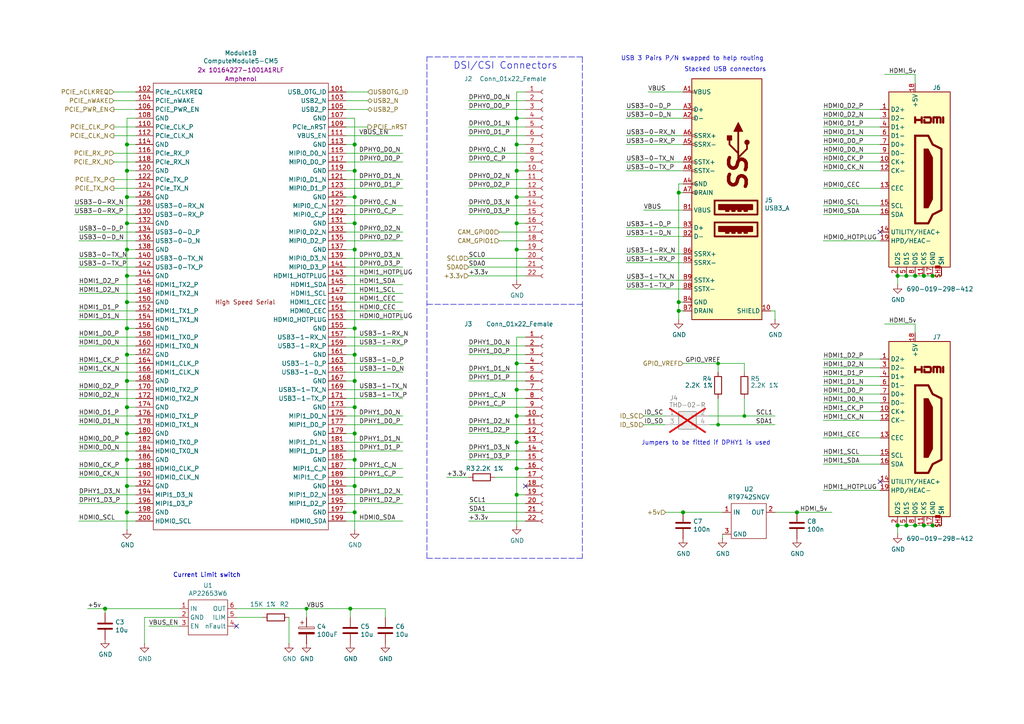
<source format=kicad_sch>
(kicad_sch (version 20231120) (generator "eeschema") (generator_version "8.0")
  (paper "A4")
  (junction (at 102.87 148.59) (diameter 1.016))
  (junction (at 36.83 64.77) (diameter 1.016))
  (junction (at 36.83 102.87) (diameter 1.016))
  (junction (at 265.43 152.4) (diameter 1.016))
  (junction (at 36.83 110.49) (diameter 1.016))
  (junction (at 149.86 120.65) (diameter 1.016))
  (junction (at 102.87 57.15) (diameter 1.016))
  (junction (at 215.9 120.65))
  (junction (at 102.87 133.35) (diameter 1.016))
  (junction (at 149.86 143.51) (diameter 1.016))
  (junction (at 102.87 72.39) (diameter 1.016))
  (junction (at 36.83 57.15) (diameter 1.016))
  (junction (at 231.14 148.59) (diameter 1.016))
  (junction (at 149.86 49.53) (diameter 1.016))
  (junction (at 198.12 148.59) (diameter 1.016))
  (junction (at 102.87 125.73) (diameter 1.016))
  (junction (at 102.87 140.97) (diameter 1.016))
  (junction (at 36.83 80.01) (diameter 1.016))
  (junction (at 267.97 152.4) (diameter 1.016))
  (junction (at 88.9 176.53))
  (junction (at 208.28 105.41))
  (junction (at 102.87 118.11) (diameter 1.016))
  (junction (at 267.97 80.01) (diameter 1.016))
  (junction (at 30.48 176.53) (diameter 1.016))
  (junction (at 102.87 102.87) (diameter 1.016))
  (junction (at 260.35 80.01) (diameter 1.016))
  (junction (at 149.86 113.03) (diameter 1.016))
  (junction (at 102.87 49.53) (diameter 1.016))
  (junction (at 36.83 118.11) (diameter 1.016))
  (junction (at 149.86 64.77) (diameter 1.016))
  (junction (at 260.35 152.4) (diameter 1.016))
  (junction (at 196.85 90.17) (diameter 1.016))
  (junction (at 196.85 87.63) (diameter 1.016))
  (junction (at 265.43 80.01) (diameter 1.016))
  (junction (at 36.83 72.39) (diameter 1.016))
  (junction (at 262.89 152.4) (diameter 1.016))
  (junction (at 36.83 95.25) (diameter 1.016))
  (junction (at 36.83 140.97) (diameter 1.016))
  (junction (at 270.51 80.01) (diameter 1.016))
  (junction (at 36.83 87.63) (diameter 1.016))
  (junction (at 102.87 64.77) (diameter 1.016))
  (junction (at 149.86 135.89) (diameter 1.016))
  (junction (at 36.83 49.53) (diameter 1.016))
  (junction (at 208.28 123.19))
  (junction (at 36.83 41.91) (diameter 1.016))
  (junction (at 36.83 133.35) (diameter 1.016))
  (junction (at 149.86 72.39) (diameter 1.016))
  (junction (at 270.51 152.4) (diameter 1.016))
  (junction (at 102.87 95.25) (diameter 1.016))
  (junction (at 149.86 57.15) (diameter 1.016))
  (junction (at 102.87 110.49) (diameter 1.016))
  (junction (at 149.86 41.91) (diameter 1.016))
  (junction (at 149.86 105.41) (diameter 1.016))
  (junction (at 149.86 34.29) (diameter 1.016))
  (junction (at 196.85 55.88) (diameter 1.016))
  (junction (at 101.6 176.53) (diameter 1.016))
  (junction (at 102.87 41.91) (diameter 1.016))
  (junction (at 36.83 148.59) (diameter 1.016))
  (junction (at 149.86 128.27) (diameter 1.016))
  (junction (at 36.83 125.73) (diameter 1.016))
  (junction (at 262.89 80.01) (diameter 1.016))
  (no_connect (at 68.58 181.61))
  (no_connect (at 255.27 139.7))
  (no_connect (at 255.27 67.31))
  (no_connect (at 152.4 140.97))
  (wire (pts (xy 33.02 36.83) (xy 39.37 36.83)))
  (wire (pts (xy 198.12 55.88) (xy 196.85 55.88)))
  (wire (pts (xy 149.86 113.03) (xy 149.86 120.65)))
  (wire (pts (xy 238.76 44.45) (xy 255.27 44.45)))
  (wire (pts (xy 100.33 107.95) (xy 116.84 107.95)))
  (wire (pts (xy 198.12 90.17) (xy 196.85 90.17)))
  (wire (pts (xy 238.76 54.61) (xy 255.27 54.61)))
  (wire (pts (xy 149.86 49.53) (xy 152.4 49.53)))
  (wire (pts (xy 100.33 130.81) (xy 116.84 130.81)))
  (wire (pts (xy 260.35 152.4) (xy 262.89 152.4)))
  (wire (pts (xy 149.86 57.15) (xy 152.4 57.15)))
  (wire (pts (xy 100.33 49.53) (xy 102.87 49.53)))
  (wire (pts (xy 36.83 34.29) (xy 36.83 41.91)))
  (wire (pts (xy 102.87 57.15) (xy 102.87 49.53)))
  (wire (pts (xy 198.12 87.63) (xy 196.85 87.63)))
  (wire (pts (xy 149.86 113.03) (xy 152.4 113.03)))
  (wire (pts (xy 36.83 72.39) (xy 39.37 72.39)))
  (wire (pts (xy 22.86 90.17) (xy 39.37 90.17)))
  (wire (pts (xy 135.89 44.45) (xy 152.4 44.45)))
  (wire (pts (xy 36.83 118.11) (xy 39.37 118.11)))
  (wire (pts (xy 39.37 148.59) (xy 36.83 148.59)))
  (wire (pts (xy 102.87 72.39) (xy 102.87 64.77)))
  (wire (pts (xy 22.86 74.93) (xy 39.37 74.93)))
  (wire (pts (xy 100.33 120.65) (xy 116.84 120.65)))
  (wire (pts (xy 152.4 74.93) (xy 135.89 74.93)))
  (wire (pts (xy 41.91 179.07) (xy 41.91 186.69)))
  (wire (pts (xy 265.43 80.01) (xy 267.97 80.01)))
  (wire (pts (xy 149.86 128.27) (xy 149.86 135.89)))
  (wire (pts (xy 149.86 34.29) (xy 149.86 41.91)))
  (wire (pts (xy 196.85 90.17) (xy 196.85 92.71)))
  (wire (pts (xy 149.86 64.77) (xy 149.86 72.39)))
  (wire (pts (xy 267.97 152.4) (xy 270.51 152.4)))
  (wire (pts (xy 22.86 146.05) (xy 39.37 146.05)))
  (wire (pts (xy 149.86 41.91) (xy 152.4 41.91)))
  (wire (pts (xy 102.87 110.49) (xy 102.87 118.11)))
  (wire (pts (xy 68.58 176.53) (xy 88.9 176.53)))
  (wire (pts (xy 100.33 138.43) (xy 116.84 138.43)))
  (wire (pts (xy 100.33 64.77) (xy 102.87 64.77)))
  (wire (pts (xy 100.33 128.27) (xy 116.84 128.27)))
  (wire (pts (xy 100.33 97.79) (xy 116.84 97.79)))
  (wire (pts (xy 39.37 34.29) (xy 36.83 34.29)))
  (wire (pts (xy 181.61 39.37) (xy 198.12 39.37)))
  (wire (pts (xy 135.89 46.99) (xy 152.4 46.99)))
  (wire (pts (xy 100.33 105.41) (xy 116.84 105.41)))
  (wire (pts (xy 238.76 109.22) (xy 255.27 109.22)))
  (wire (pts (xy 22.86 69.85) (xy 39.37 69.85)))
  (wire (pts (xy 149.86 41.91) (xy 149.86 49.53)))
  (wire (pts (xy 215.9 105.41) (xy 215.9 107.95)))
  (wire (pts (xy 135.89 107.95) (xy 152.4 107.95)))
  (wire (pts (xy 135.89 29.21) (xy 152.4 29.21)))
  (wire (pts (xy 88.9 176.53) (xy 101.6 176.53)))
  (wire (pts (xy 135.89 52.07) (xy 152.4 52.07)))
  (wire (pts (xy 36.83 125.73) (xy 36.83 133.35)))
  (wire (pts (xy 149.86 72.39) (xy 149.86 81.28)))
  (wire (pts (xy 152.4 151.13) (xy 135.89 151.13)))
  (polyline (pts (xy 168.91 16.51) (xy 168.91 161.925)) (stroke (width 0) (type dash)))
  (wire (pts (xy 238.76 114.3) (xy 255.27 114.3)))
  (wire (pts (xy 33.02 54.61) (xy 39.37 54.61)))
  (wire (pts (xy 238.76 119.38) (xy 255.27 119.38)))
  (wire (pts (xy 149.86 34.29) (xy 152.4 34.29)))
  (wire (pts (xy 33.02 31.75) (xy 39.37 31.75)))
  (wire (pts (xy 36.83 118.11) (xy 36.83 125.73)))
  (wire (pts (xy 238.76 106.68) (xy 255.27 106.68)))
  (wire (pts (xy 135.89 115.57) (xy 152.4 115.57)))
  (wire (pts (xy 22.86 82.55) (xy 39.37 82.55)))
  (wire (pts (xy 238.76 134.62) (xy 255.27 134.62)))
  (wire (pts (xy 22.86 113.03) (xy 39.37 113.03)))
  (wire (pts (xy 36.83 64.77) (xy 36.83 72.39)))
  (wire (pts (xy 205.74 123.19) (xy 208.28 123.19)))
  (wire (pts (xy 238.76 36.83) (xy 255.27 36.83)))
  (wire (pts (xy 100.33 125.73) (xy 102.87 125.73)))
  (wire (pts (xy 100.33 113.03) (xy 116.84 113.03)))
  (wire (pts (xy 100.33 52.07) (xy 116.84 52.07)))
  (wire (pts (xy 265.43 21.59) (xy 265.43 24.13)))
  (wire (pts (xy 22.86 85.09) (xy 39.37 85.09)))
  (wire (pts (xy 36.83 110.49) (xy 36.83 118.11)))
  (wire (pts (xy 129.54 138.43) (xy 135.89 138.43)))
  (wire (pts (xy 238.76 132.08) (xy 255.27 132.08)))
  (wire (pts (xy 193.04 148.59) (xy 198.12 148.59)))
  (wire (pts (xy 215.9 115.57) (xy 215.9 120.65)))
  (wire (pts (xy 33.02 39.37) (xy 39.37 39.37)))
  (wire (pts (xy 100.33 31.75) (xy 106.68 31.75)))
  (wire (pts (xy 102.87 102.87) (xy 102.87 110.49)))
  (wire (pts (xy 149.86 105.41) (xy 152.4 105.41)))
  (wire (pts (xy 135.89 118.11) (xy 152.4 118.11)))
  (wire (pts (xy 256.54 21.59) (xy 265.43 21.59)))
  (wire (pts (xy 102.87 49.53) (xy 102.87 41.91)))
  (wire (pts (xy 238.76 142.24) (xy 255.27 142.24)))
  (wire (pts (xy 36.83 72.39) (xy 36.83 80.01)))
  (wire (pts (xy 21.59 59.69) (xy 39.37 59.69)))
  (wire (pts (xy 152.4 26.67) (xy 149.86 26.67)))
  (wire (pts (xy 208.28 115.57) (xy 208.28 123.19)))
  (wire (pts (xy 39.37 46.99) (xy 33.02 46.99)))
  (wire (pts (xy 102.87 133.35) (xy 102.87 140.97)))
  (wire (pts (xy 22.86 128.27) (xy 39.37 128.27)))
  (wire (pts (xy 224.79 148.59) (xy 231.14 148.59)))
  (wire (pts (xy 22.86 67.31) (xy 39.37 67.31)))
  (wire (pts (xy 100.33 80.01) (xy 116.84 80.01)))
  (wire (pts (xy 152.4 80.01) (xy 135.89 80.01)))
  (wire (pts (xy 149.86 26.67) (xy 149.86 34.29)))
  (wire (pts (xy 181.61 81.28) (xy 198.12 81.28)))
  (wire (pts (xy 135.89 31.75) (xy 152.4 31.75)))
  (wire (pts (xy 238.76 121.92) (xy 255.27 121.92)))
  (wire (pts (xy 36.83 87.63) (xy 36.83 95.25)))
  (wire (pts (xy 100.33 140.97) (xy 102.87 140.97)))
  (wire (pts (xy 116.84 100.33) (xy 100.33 100.33)))
  (wire (pts (xy 135.89 123.19) (xy 152.4 123.19)))
  (wire (pts (xy 36.83 41.91) (xy 39.37 41.91)))
  (wire (pts (xy 262.89 152.4) (xy 265.43 152.4)))
  (wire (pts (xy 152.4 148.59) (xy 135.89 148.59)))
  (wire (pts (xy 181.61 46.99) (xy 198.12 46.99)))
  (wire (pts (xy 260.35 152.4) (xy 260.35 154.94)))
  (wire (pts (xy 33.02 52.07) (xy 39.37 52.07)))
  (wire (pts (xy 36.83 87.63) (xy 39.37 87.63)))
  (wire (pts (xy 36.83 95.25) (xy 36.83 102.87)))
  (wire (pts (xy 102.87 72.39) (xy 102.87 95.25)))
  (wire (pts (xy 100.33 59.69) (xy 116.84 59.69)))
  (wire (pts (xy 83.82 179.07) (xy 83.82 186.69)))
  (wire (pts (xy 22.86 105.41) (xy 39.37 105.41)))
  (wire (pts (xy 43.18 181.61) (xy 52.07 181.61)))
  (polyline (pts (xy 123.825 88.265) (xy 168.91 88.265)) (stroke (width 0) (type dash)))
  (wire (pts (xy 231.14 148.59) (xy 241.3 148.59)))
  (wire (pts (xy 198.12 148.59) (xy 209.55 148.59)))
  (wire (pts (xy 223.52 90.17) (xy 224.79 90.17)))
  (wire (pts (xy 149.86 105.41) (xy 149.86 113.03)))
  (wire (pts (xy 149.86 120.65) (xy 149.86 128.27)))
  (wire (pts (xy 100.33 115.57) (xy 116.84 115.57)))
  (wire (pts (xy 100.33 85.09) (xy 116.84 85.09)))
  (wire (pts (xy 135.89 125.73) (xy 152.4 125.73)))
  (wire (pts (xy 238.76 127) (xy 255.27 127)))
  (wire (pts (xy 100.33 135.89) (xy 116.84 135.89)))
  (wire (pts (xy 149.86 57.15) (xy 149.86 64.77)))
  (wire (pts (xy 36.83 80.01) (xy 39.37 80.01)))
  (wire (pts (xy 181.61 83.82) (xy 198.12 83.82)))
  (wire (pts (xy 135.89 59.69) (xy 152.4 59.69)))
  (wire (pts (xy 181.61 76.2) (xy 198.12 76.2)))
  (wire (pts (xy 238.76 62.23) (xy 255.27 62.23)))
  (wire (pts (xy 144.78 67.31) (xy 152.4 67.31)))
  (wire (pts (xy 144.78 69.85) (xy 152.4 69.85)))
  (wire (pts (xy 36.83 133.35) (xy 39.37 133.35)))
  (wire (pts (xy 100.33 44.45) (xy 116.84 44.45)))
  (wire (pts (xy 39.37 107.95) (xy 22.86 107.95)))
  (wire (pts (xy 100.33 36.83) (xy 106.68 36.83)))
  (wire (pts (xy 238.76 46.99) (xy 255.27 46.99)))
  (wire (pts (xy 196.85 55.88) (xy 196.85 87.63)))
  (wire (pts (xy 100.33 69.85) (xy 116.84 69.85)))
  (wire (pts (xy 181.61 66.04) (xy 198.12 66.04)))
  (wire (pts (xy 102.87 118.11) (xy 102.87 125.73)))
  (wire (pts (xy 36.83 140.97) (xy 36.83 148.59)))
  (wire (pts (xy 102.87 125.73) (xy 102.87 133.35)))
  (wire (pts (xy 238.76 104.14) (xy 255.27 104.14)))
  (wire (pts (xy 100.33 151.13) (xy 116.84 151.13)))
  (wire (pts (xy 22.86 77.47) (xy 39.37 77.47)))
  (wire (pts (xy 36.83 102.87) (xy 39.37 102.87)))
  (wire (pts (xy 143.51 138.43) (xy 152.4 138.43)))
  (wire (pts (xy 100.33 54.61) (xy 116.84 54.61)))
  (wire (pts (xy 135.89 54.61) (xy 152.4 54.61)))
  (wire (pts (xy 100.33 133.35) (xy 102.87 133.35)))
  (wire (pts (xy 135.89 39.37) (xy 152.4 39.37)))
  (wire (pts (xy 36.83 148.59) (xy 36.83 153.67)))
  (wire (pts (xy 88.9 176.53) (xy 88.9 179.07)))
  (wire (pts (xy 33.02 26.67) (xy 39.37 26.67)))
  (wire (pts (xy 149.86 64.77) (xy 152.4 64.77)))
  (wire (pts (xy 238.76 31.75) (xy 255.27 31.75)))
  (wire (pts (xy 22.86 97.79) (xy 39.37 97.79)))
  (wire (pts (xy 196.85 87.63) (xy 196.85 90.17)))
  (polyline (pts (xy 123.825 161.925) (xy 123.825 16.51)) (stroke (width 0) (type dash)))
  (wire (pts (xy 149.86 135.89) (xy 149.86 143.51)))
  (wire (pts (xy 270.51 152.4) (xy 273.05 152.4)))
  (wire (pts (xy 36.83 57.15) (xy 36.83 64.77)))
  (wire (pts (xy 30.48 177.8) (xy 30.48 176.53)))
  (wire (pts (xy 100.33 41.91) (xy 102.87 41.91)))
  (wire (pts (xy 36.83 41.91) (xy 36.83 49.53)))
  (wire (pts (xy 106.68 26.67) (xy 100.33 26.67)))
  (wire (pts (xy 30.48 176.53) (xy 52.07 176.53)))
  (wire (pts (xy 101.6 176.53) (xy 111.76 176.53)))
  (wire (pts (xy 100.33 146.05) (xy 116.84 146.05)))
  (wire (pts (xy 36.83 125.73) (xy 39.37 125.73)))
  (wire (pts (xy 22.86 123.19) (xy 39.37 123.19)))
  (wire (pts (xy 152.4 97.79) (xy 149.86 97.79)))
  (wire (pts (xy 135.89 133.35) (xy 152.4 133.35)))
  (wire (pts (xy 100.33 102.87) (xy 102.87 102.87)))
  (wire (pts (xy 111.76 176.53) (xy 111.76 179.07)))
  (wire (pts (xy 102.87 140.97) (xy 102.87 148.59)))
  (wire (pts (xy 36.83 49.53) (xy 39.37 49.53)))
  (wire (pts (xy 149.86 120.65) (xy 152.4 120.65)))
  (wire (pts (xy 149.86 135.89) (xy 152.4 135.89)))
  (wire (pts (xy 100.33 57.15) (xy 102.87 57.15)))
  (wire (pts (xy 36.83 95.25) (xy 39.37 95.25)))
  (wire (pts (xy 238.76 116.84) (xy 255.27 116.84)))
  (wire (pts (xy 22.86 115.57) (xy 39.37 115.57)))
  (wire (pts (xy 22.86 130.81) (xy 39.37 130.81)))
  (wire (pts (xy 39.37 140.97) (xy 36.83 140.97)))
  (wire (pts (xy 22.86 151.13) (xy 39.37 151.13)))
  (wire (pts (xy 102.87 64.77) (xy 102.87 57.15)))
  (wire (pts (xy 262.89 80.01) (xy 265.43 80.01)))
  (wire (pts (xy 152.4 146.05) (xy 135.89 146.05)))
  (wire (pts (xy 135.89 36.83) (xy 152.4 36.83)))
  (wire (pts (xy 181.61 73.66) (xy 198.12 73.66)))
  (wire (pts (xy 186.69 123.19) (xy 193.04 123.19)))
  (wire (pts (xy 36.83 80.01) (xy 36.83 87.63)))
  (wire (pts (xy 224.79 90.17) (xy 224.79 92.71)))
  (wire (pts (xy 187.96 26.67) (xy 198.12 26.67)))
  (wire (pts (xy 260.35 80.01) (xy 260.35 82.55)))
  (wire (pts (xy 135.89 62.23) (xy 152.4 62.23)))
  (wire (pts (xy 238.76 34.29) (xy 255.27 34.29)))
  (wire (pts (xy 186.69 60.96) (xy 198.12 60.96)))
  (polyline (pts (xy 168.91 161.925) (xy 123.825 161.925)) (stroke (width 0) (type dash)))
  (wire (pts (xy 267.97 80.01) (xy 270.51 80.01)))
  (wire (pts (xy 181.61 34.29) (xy 198.12 34.29)))
  (wire (pts (xy 149.86 128.27) (xy 152.4 128.27)))
  (wire (pts (xy 196.85 53.34) (xy 196.85 55.88)))
  (wire (pts (xy 21.59 62.23) (xy 39.37 62.23)))
  (wire (pts (xy 238.76 41.91) (xy 255.27 41.91)))
  (wire (pts (xy 135.89 130.81) (xy 152.4 130.81)))
  (wire (pts (xy 135.89 110.49) (xy 152.4 110.49)))
  (wire (pts (xy 100.33 92.71) (xy 116.84 92.71)))
  (wire (pts (xy 102.87 41.91) (xy 102.87 34.29)))
  (wire (pts (xy 256.54 93.98) (xy 265.43 93.98)))
  (wire (pts (xy 22.86 138.43) (xy 39.37 138.43)))
  (wire (pts (xy 208.28 105.41) (xy 215.9 105.41)))
  (wire (pts (xy 149.86 49.53) (xy 149.86 57.15)))
  (wire (pts (xy 149.86 143.51) (xy 152.4 143.51)))
  (wire (pts (xy 181.61 41.91) (xy 198.12 41.91)))
  (wire (pts (xy 68.58 179.07) (xy 76.2 179.07)))
  (wire (pts (xy 100.33 110.49) (xy 102.87 110.49)))
  (wire (pts (xy 100.33 77.47) (xy 116.84 77.47)))
  (wire (pts (xy 238.76 59.69) (xy 255.27 59.69)))
  (wire (pts (xy 198.12 105.41) (xy 208.28 105.41)))
  (wire (pts (xy 238.76 111.76) (xy 255.27 111.76)))
  (wire (pts (xy 265.43 93.98) (xy 265.43 96.52)))
  (wire (pts (xy 36.83 57.15) (xy 39.37 57.15)))
  (wire (pts (xy 36.83 133.35) (xy 36.83 140.97)))
  (wire (pts (xy 186.69 120.65) (xy 193.04 120.65)))
  (wire (pts (xy 238.76 49.53) (xy 255.27 49.53)))
  (wire (pts (xy 22.86 120.65) (xy 39.37 120.65)))
  (polyline (pts (xy 123.825 16.51) (xy 169.418 16.51)) (stroke (width 0) (type dash)))
  (wire (pts (xy 149.86 97.79) (xy 149.86 105.41)))
  (wire (pts (xy 100.33 74.93) (xy 116.84 74.93)))
  (wire (pts (xy 100.33 143.51) (xy 116.84 143.51)))
  (wire (pts (xy 100.33 67.31) (xy 116.84 67.31)))
  (wire (pts (xy 100.33 29.21) (xy 106.68 29.21)))
  (wire (pts (xy 205.74 120.65) (xy 215.9 120.65)))
  (wire (pts (xy 208.28 123.19) (xy 224.79 123.19)))
  (wire (pts (xy 22.86 100.33) (xy 39.37 100.33)))
  (wire (pts (xy 181.61 68.58) (xy 198.12 68.58)))
  (wire (pts (xy 238.76 69.85) (xy 255.27 69.85)))
  (wire (pts (xy 152.4 77.47) (xy 135.89 77.47)))
  (wire (pts (xy 100.33 87.63) (xy 116.84 87.63)))
  (wire (pts (xy 33.02 29.21) (xy 39.37 29.21)))
  (wire (pts (xy 36.83 102.87) (xy 36.83 110.49)))
  (wire (pts (xy 209.55 154.94) (xy 209.55 156.21)))
  (wire (pts (xy 22.86 135.89) (xy 39.37 135.89)))
  (wire (pts (xy 135.89 102.87) (xy 152.4 102.87)))
  (wire (pts (xy 100.33 148.59) (xy 102.87 148.59)))
  (wire (pts (xy 100.33 72.39) (xy 102.87 72.39)))
  (wire (pts (xy 181.61 49.53) (xy 198.12 49.53)))
  (wire (pts (xy 22.86 92.71) (xy 39.37 92.71)))
  (wire (pts (xy 198.12 53.34) (xy 196.85 53.34)))
  (wire (pts (xy 100.33 62.23) (xy 116.84 62.23)))
  (wire (pts (xy 270.51 80.01) (xy 273.05 80.01)))
  (wire (pts (xy 135.89 100.33) (xy 152.4 100.33)))
  (wire (pts (xy 260.35 80.01) (xy 262.89 80.01)))
  (wire (pts (xy 100.33 82.55) (xy 116.84 82.55)))
  (wire (pts (xy 36.83 64.77) (xy 39.37 64.77)))
  (wire (pts (xy 149.86 72.39) (xy 152.4 72.39)))
  (wire (pts (xy 100.33 39.37) (xy 116.84 39.37)))
  (wire (pts (xy 25.4 176.53) (xy 30.48 176.53)))
  (wire (pts (xy 100.33 95.25) (xy 102.87 95.25)))
  (wire (pts (xy 238.76 39.37) (xy 255.27 39.37)))
  (wire (pts (xy 265.43 152.4) (xy 267.97 152.4)))
  (wire (pts (xy 102.87 148.59) (xy 102.87 153.67)))
  (wire (pts (xy 208.28 105.41) (xy 208.28 107.95)))
  (wire (pts (xy 101.6 179.07) (xy 101.6 176.53)))
  (wire (pts (xy 22.86 143.51) (xy 39.37 143.51)))
  (wire (pts (xy 181.61 31.75) (xy 198.12 31.75)))
  (wire (pts (xy 149.86 143.51) (xy 149.86 152.4)))
  (wire (pts (xy 52.07 179.07) (xy 41.91 179.07)))
  (wire (pts (xy 36.83 49.53) (xy 36.83 57.15)))
  (wire (pts (xy 100.33 123.19) (xy 116.84 123.19)))
  (wire (pts (xy 100.33 90.17) (xy 116.84 90.17)))
  (wire (pts (xy 102.87 95.25) (xy 102.87 102.87)))
  (wire (pts (xy 100.33 118.11) (xy 102.87 118.11)))
  (wire (pts (xy 39.37 44.45) (xy 33.02 44.45)))
  (wire (pts (xy 215.9 120.65) (xy 224.79 120.65)))
  (wire (pts (xy 102.87 34.29) (xy 100.33 34.29)))
  (wire (pts (xy 36.83 110.49) (xy 39.37 110.49)))
  (wire (pts (xy 100.33 46.99) (xy 116.84 46.99)))
  (text "Current Limit switch" (at 69.85 167.64 0) (effects (font (size 1.27 1.27)) (justify right bottom)))
  (text "Current Limit switch" (at 69.85 167.64 0) (effects (font (size 1.27 1.27)) (justify right bottom)))
  (text "Jumpers to be fitted if DPHY1 is used\n" (at 223.52 129.286 0) (effects (font (size 1.27 1.27)) (justify right bottom)))
  (text "DSI/CSI Connectors" (at 131.445 20.32 0) (effects (font (size 2.0066 2.0066)) (justify left bottom)))
  (text "Stacked USB connectors" (at 222.25 20.955 0) (effects (font (size 1.27 1.27)) (justify right bottom)))
  (text "USB 3 Pairs P/N swapped to help routing" (at 180.086 17.78 0) (effects (font (size 1.27 1.27)) (justify left bottom)))
  (label "HDMI_5v" (at 257.81 21.59 0))
  (label "HDMI0_CEC" (at 238.76 54.61 0))
  (label "USB3-0-TX_N" (at 22.86 74.93 0))
  (label "HDMI0_SDA" (at 104.14 151.13 0))
  (label "HDMI1_D1_P" (at 22.86 90.17 0))
  (label "HDMI1_CK_P" (at 22.86 105.41 0))
  (label "VBUS" (at 88.9 176.53 0))
  (label "SCL1" (at 224.155 120.65 180))
  (label "DPHY0_D0_N" (at 135.89 29.21 0))
  (label "USB3-0-RX_P" (at 21.59 62.23 0))
  (label "HDMI0_D0_N" (at 238.76 44.45 0))
  (label "USB3-1-RX_N" (at 104.14 97.79 0))
  (label "GPIO_VREF" (at 198.755 105.41 0))
  (label "DPHY0_D0_N" (at 116.205 44.45 180))
  (label "HDMI0_D1_N" (at 238.76 39.37 0))
  (label "DPHY0_D0_P" (at 135.89 31.75 0))
  (label "HDMI0_D1_P" (at 238.76 36.83 0))
  (label "VBUS_EN" (at 43.18 181.61 0))
  (label "HDMI1_D0_P" (at 22.86 97.79 0))
  (label "USB3-0-RX_N" (at 181.61 39.37 0))
  (label "USB3-1-TX_P" (at 181.61 83.82 0))
  (label "USB3-1-TX_P" (at 104.14 115.57 0))
  (label "DPHY1_C_P" (at 135.89 118.11 0))
  (label "HDMI_5v" (at 240.03 148.59 180))
  (label "HDMI0_HOTPLUG" (at 238.76 69.85 0))
  (label "DPHY1_D0_P" (at 116.205 123.19 180))
  (label "ID_SC" (at 192.405 120.65 180))
  (label "HDMI1_D1_N" (at 22.86 92.71 0))
  (label "USB3-0-TX_P" (at 22.86 77.47 0))
  (label "HDMI1_D1_P" (at 238.76 109.22 0))
  (label "DPHY0_D3_N" (at 116.205 74.93 180))
  (label "USB3-0-TX_N" (at 181.61 46.99 0))
  (label "ID_SD" (at 192.405 123.19 180))
  (label "DPHY1_D0_N" (at 135.89 100.33 0))
  (label "USB3-0-RX_N" (at 21.59 59.69 0))
  (label "VBUS" (at 186.69 60.96 0))
  (label "+3.3v" (at 135.89 80.01 0))
  (label "DPHY0_D1_P" (at 116.205 54.61 180))
  (label "HDMI0_D2_N" (at 22.86 115.57 0))
  (label "SDA1" (at 224.155 123.19 180))
  (label "HDMI0_SCL" (at 238.76 59.69 0))
  (label "SCL0" (at 135.89 74.93 0))
  (label "HDMI1_D2_P" (at 22.86 82.55 0))
  (label "DPHY0_D1_P" (at 135.89 39.37 0))
  (label "HDMI_5v" (at 257.81 93.98 0))
  (label "USB3-0-TX_P" (at 181.61 49.53 0))
  (label "DPHY0_D0_P" (at 116.205 46.99 180))
  (label "HDMI1_CEC" (at 104.14 87.63 0))
  (label "DPHY0_C_N" (at 135.89 44.45 0))
  (label "DPHY0_C_P" (at 135.89 46.99 0))
  (label "HDMI1_HOTPLUG" (at 104.14 80.01 0))
  (label "HDMI1_D0_P" (at 238.76 114.3 0))
  (label "USB3-1-RX_P" (at 104.14 100.33 0))
  (label "USB3-1-TX_N" (at 104.14 113.03 0))
  (label "DPHY1_D1_P" (at 135.89 110.49 0))
  (label "USB3-0-D_P" (at 22.86 67.31 0))
  (label "+3.3v" (at 129.54 138.43 0))
  (label "HDMI0_D2_P" (at 22.86 113.03 0))
  (label "HDMI0_D1_P" (at 22.86 120.65 0))
  (label "HDMI1_CK_N" (at 22.86 107.95 0))
  (label "DPHY1_D3_P" (at 135.89 133.35 0))
  (label "VBUS_EN" (at 104.14 39.37 0))
  (label "HDMI1_CK_P" (at 238.76 119.38 0))
  (label "DPHY1_C_P" (at 104.14 138.43 0))
  (label "SCL1" (at 140.97 146.05 180))
  (label "HDMI0_D0_N" (at 22.86 130.81 0))
  (label "DPHY0_D3_N" (at 135.89 59.69 0))
  (label "HDMI1_D1_N" (at 238.76 111.76 0))
  (label "DPHY0_D2_N" (at 135.89 52.07 0))
  (label "DPHY1_D1_N" (at 116.205 128.27 180))
  (label "USB3-0-D_N" (at 22.86 69.85 0))
  (label "HDMI1_CEC" (at 238.76 127 0))
  (label "DPHY0_D1_N" (at 116.205 52.07 180))
  (label "HDMI0_D1_N" (at 22.86 123.19 0))
  (label "HDMI1_D2_N" (at 238.76 106.68 0))
  (label "DPHY0_C_N" (at 104.14 59.69 0))
  (label "DPHY0_D3_P" (at 116.205 77.47 180))
  (label "USB3-1-RX_N" (at 181.61 73.66 0))
  (label "DPHY1_D2_N" (at 135.89 123.19 0))
  (label "HDMI0_CEC" (at 104.14 90.17 0))
  (label "USB3-1-D_P" (at 104.14 105.41 0))
  (label "HDMI0_D0_P" (at 238.76 41.91 0))
  (label "HDMI1_D2_P" (at 238.76 104.14 0))
  (label "DPHY0_D2_N" (at 104.14 67.31 0))
  (label "HDMI0_D2_P" (at 238.76 31.75 0))
  (label "DPHY1_D1_P" (at 116.205 130.81 180))
  (label "DPHY1_D3_P" (at 22.86 146.05 0))
  (label "HDMI0_SDA" (at 238.76 62.23 0))
  (label "USB3-0-D_P" (at 181.61 31.75 0))
  (label "USB3-1-TX_N" (at 181.61 81.28 0))
  (label "DPHY0_D3_P" (at 135.89 62.23 0))
  (label "SDA0" (at 135.89 77.47 0))
  (label "+3.3v" (at 135.89 151.13 0))
  (label "HDMI1_D2_N" (at 22.86 85.09 0))
  (label "HDMI1_HOTPLUG" (at 238.76 142.24 0))
  (label "DPHY1_D2_N" (at 104.14 143.51 0))
  (label "USB3-0-RX_P" (at 181.61 41.91 0))
  (label "HDMI1_SDA" (at 104.14 82.55 0))
  (label "DPHY1_D1_N" (at 135.89 107.95 0))
  (label "USB3-0-D_N" (at 181.61 34.29 0))
  (label "DPHY1_C_N" (at 135.89 115.57 0))
  (label "HDMI0_D2_N" (at 238.76 34.29 0))
  (label "HDMI0_CK_P" (at 22.86 135.89 0))
  (label "DPHY0_C_P" (at 104.14 62.23 0))
  (label "USB3-1-D_N" (at 181.61 68.58 0))
  (label "DPHY1_C_N" (at 104.14 135.89 0))
  (label "HDMI1_SCL" (at 238.76 132.08 0))
  (label "HDMI1_SDA" (at 238.76 134.62 0))
  (label "+5v" (at 25.4 176.53 0))
  (label "HDMI1_CK_N" (at 238.76 121.92 0))
  (label "HDMI0_CK_N" (at 22.86 138.43 0))
  (label "DPHY0_D2_P" (at 104.14 69.85 0))
  (label "DPHY0_D1_N" (at 135.89 36.83 0))
  (label "HDMI0_SCL" (at 22.86 151.13 0))
  (label "DPHY1_D2_P" (at 135.89 125.73 0))
  (label "HDMI0_CK_P" (at 238.76 46.99 0))
  (label "DPHY1_D3_N" (at 22.86 143.51 0))
  (label "HDMI1_D0_N" (at 22.86 100.33 0))
  (label "HDMI0_D0_P" (at 22.86 128.27 0))
  (label "USB3-1-D_N" (at 104.14 107.95 0))
  (label "VBUS" (at 187.96 26.67 0))
  (label "DPHY1_D3_N" (at 135.89 130.81 0))
  (label "USB3-1-RX_P" (at 181.61 76.2 0))
  (label "HDMI0_HOTPLUG" (at 104.14 92.71 0))
  (label "HDMI1_D0_N" (at 238.76 116.84 0))
  (label "HDMI0_CK_N" (at 238.76 49.53 0))
  (label "SDA1" (at 140.97 148.59 180))
  (label "DPHY1_D0_N" (at 116.205 120.65 180))
  (label "DPHY0_D2_P" (at 135.89 54.61 0))
  (label "DPHY1_D0_P" (at 135.89 102.87 0))
  (label "DPHY1_D2_P" (at 104.14 146.05 0))
  (label "HDMI1_SCL" (at 104.14 85.09 0))
  (label "USB3-1-D_P" (at 181.61 66.04 0))
  (hierarchical_label "USB2_P" (shape bidirectional) (at 106.68 31.75 0))
  (hierarchical_label "ID_SC" (shape input) (at 186.69 120.65 180))
  (hierarchical_label "PCIE_RX_P" (shape input) (at 33.02 44.45 180))
  (hierarchical_label "PCIE_nCLKREQ" (shape input) (at 33.02 26.67 180))
  (hierarchical_label "PCIE_nWAKE" (shape input) (at 33.02 29.21 180))
  (hierarchical_label "SCL0" (shape input) (at 135.89 74.93 180))
  (hierarchical_label "PCIE_PWR_EN" (shape output) (at 33.02 31.75 180))
  (hierarchical_label "CAM_GPIO1" (shape input) (at 144.78 69.85 180))
  (hierarchical_label "GPIO_VREF" (shape input) (at 198.12 105.41 180))
  (hierarchical_label "PCIE_CLK_N" (shape output) (at 33.02 39.37 180))
  (hierarchical_label "USBOTG_ID" (shape input) (at 106.68 26.67 0))
  (hierarchical_label "ID_SD" (shape input) (at 186.69 123.19 180))
  (hierarchical_label "CAM_GPIO0" (shape input) (at 144.78 67.31 180))
  (hierarchical_label "PCIE_nRST" (shape output) (at 106.68 36.83 0))
  (hierarchical_label "+5v" (shape input) (at 193.04 148.59 180))
  (hierarchical_label "SDA0" (shape input) (at 135.89 77.47 180))
  (hierarchical_label "PCIE_TX_P" (shape output) (at 33.02 52.07 180))
  (hierarchical_label "PCIE_CLK_P" (shape output) (at 33.02 36.83 180))
  (hierarchical_label "+3.3v" (shape input) (at 135.89 80.01 180))
  (hierarchical_label "PCIE_TX_N" (shape output) (at 33.02 54.61 180))
  (hierarchical_label "PCIE_RX_N" (shape input) (at 33.02 46.99 180))
  (hierarchical_label "USB2_N" (shape bidirectional) (at 106.68 29.21 0))
  (symbol (lib_id "power:GND") (at 83.82 186.69 0) (unit 1)
    (property "Reference" "#PWR07" (effects (hide yes)))
    (property "Value" "GND" (at 83.947 191.0842 0))
    (property "Description" "Power symbol creates a global label with name \"GND\" , ground" (effects (hide yes)))
  )
  (symbol (lib_id "power:GND") (at 149.86 81.28 0) (unit 1)
    (property "Reference" "#PWR012" (effects (hide yes)))
    (property "Value" "GND" (at 149.987 85.6742 0))
    (property "Description" "Power symbol creates a global label with name \"GND\" , ground" (effects (hide yes)))
  )
  (symbol (lib_id "power:GND") (at 209.55 156.21 0) (unit 1)
    (property "Reference" "#PWR016" (effects (hide yes)))
    (property "Value" "GND" (at 209.677 160.6042 0))
    (property "Description" "Power symbol creates a global label with name \"GND\" , ground" (effects (hide yes)))
  )
  (symbol (lib_id "power:GND") (at 41.91 186.69 0) (unit 1)
    (property "Reference" "#PWR06" (effects (hide yes)))
    (property "Value" "GND" (at 42.037 191.0842 0))
    (property "Description" "Power symbol creates a global label with name \"GND\" , ground" (effects (hide yes)))
  )
  (symbol (lib_id "CM5IO:AP2553W6") (at 60.96 179.07 0) (unit 1)
    (property "Reference" "U1" (at 60.325 169.799 0))
    (property "Value" "AP22653W6" (at 60.325 172.1104 0))
    (property "Footprint" "Package_TO_SOT_SMD:SOT-23-6" (effects (hide yes)))
    (property "Datasheet" "https://www.diodes.com/assets/Datasheets/AP255x.pdf" (effects (hide yes)))
    (property "Field4" "Digikey" (effects (hide yes)))
    (property "Field5" "	31-AP22653W6-7CT-ND" (effects (hide yes)))
    (property "Field6" "AP22653W6" (effects (hide yes)))
    (property "Field7" "Diodes" (effects (hide yes)))
    (property "Part Description" "	Power Switch/Driver 1:1 P-Channel 2.1A SOT-23-6" (effects (hide yes)))
  )
  (symbol (lib_id "Device:C") (at 101.6 182.88 0) (unit 1)
    (property "Reference" "C5" (at 104.521 181.7116 0) (effects (justify left)))
    (property "Value" "10u" (at 104.521 184.023 0) (effects (justify left)))
    (property "Footprint" "Capacitor_SMD:C_0805_2012Metric_Pad1.18x1.45mm_HandSolder" (effects (hide yes)))
    (property "Field5" "490-14381-1-ND" (effects (hide yes)))
    (property "Field4" "Digikey" (effects (hide yes)))
    (property "Field6" "GRM21BR71A106KA73L" (effects (hide yes)))
    (property "Field7" "Murata" (effects (hide yes)))
    (property "Part Description" "	10uF 10% 10V Ceramic Capacitor X7R 0805 (2012 Metric)" (effects (hide yes)))
    (property "Field8" "111893011" (effects (hide yes)))
    (property "digikey" "1276-1096-1-ND " (effects (hide yes)))
  )
  (symbol (lib_id "power:GND") (at 101.6 186.69 0) (unit 1)
    (property "Reference" "#PWR09" (effects (hide yes)))
    (property "Value" "GND" (at 101.727 191.0842 0))
    (property "Description" "Power symbol creates a global label with name \"GND\" , ground" (effects (hide yes)))
  )
  (symbol (lib_id "power:GND") (at 30.48 185.42 0) (unit 1)
    (property "Reference" "#PWR04" (effects (hide yes)))
    (property "Value" "GND" (at 30.607 189.8142 0))
    (property "Description" "Power symbol creates a global label with name \"GND\" , ground" (effects (hide yes)))
  )
  (symbol (lib_id "CM5IO:USB3_A") (at 209.55 53.34 0) (unit 1)
    (property "Reference" "J5" (at 221.742 58.0644 0) (effects (justify left)))
    (property "Value" "USB3_A" (at 221.742 60.3758 0) (effects (justify left)))
    (property "Footprint" "CM5IO:MTCONN_UBAF30-D2011" (effects (hide yes)))
    (property "Field6" "UBAF30-D2011" (effects (hide yes)))
    (property "Field7" "Mtconn" (effects (hide yes)))
    (property "Field5" "UBAF30-D2011" (effects (hide yes)))
    (property "Part Description" "Dual USB 3 connector" (effects (hide yes)))
  )
  (symbol (lib_id "Device:R") (at 208.28 111.76 0) (unit 1)
    (property "Reference" "R4" (at 203.708 109.855 0) (effects (justify left)))
    (property "Value" "2.2K 1%" (at 198.628 111.76 0) (effects (justify left)))
    (property "Footprint" "Resistor_SMD:R_0402_1005Metric" (effects (hide yes)))
    (property "Datasheet" "https://fscdn.rohm.com/en/products/databook/datasheet/passive/resistor/chip_resistor/mcr-e.pdf" (effects (hide yes)))
    (property "Field4" "Farnell" (effects (hide yes)))
    (property "Part Description" "Resistor 2.2K M1005 1% 63mW" (effects (hide yes)))
  )
  (symbol (lib_id "power:GND") (at 102.87 153.67 0) (unit 1)
    (property "Reference" "#PWR010" (effects (hide yes)))
    (property "Value" "GND" (at 102.997 158.0642 0))
    (property "Description" "Power symbol creates a global label with name \"GND\" , ground" (effects (hide yes)))
  )
  (symbol (lib_id "Connector_Generic:Conn_02x02_Odd_Even") (at 198.12 120.65 0) (unit 1) (dnp yes)
    (property "Reference" "J4" (at 195.453 115.443 0))
    (property "Value" "THD-02-R" (at 199.39 117.4496 0))
    (property "Footprint" "Connector_PinHeader_2.54mm:PinHeader_2x02_P2.54mm_Vertical" (effects (hide yes)))
    (property "Datasheet" "https://www.toby.co.uk/uploads/publications/1673.pdf" (effects (hide yes)))
    (property "Field4" "Toby" (effects (hide yes)))
    (property "Field5" "THD-02-R" (effects (hide yes)))
    (property "Field6" "151-604-425-761" (effects (hide yes)))
    (property "Field7" "EDAC" (effects (hide yes)))
    (property "Field8" "UCON00791" (effects (hide yes)))
    (property "Part Description" "PinHeader_2x02_P2.54mm_Vertical" (effects (hide yes)))
  )
  (symbol (lib_id "power:GND") (at 111.76 186.69 0) (unit 1)
    (property "Reference" "#PWR011" (effects (hide yes)))
    (property "Value" "GND" (at 111.887 191.0842 0))
    (property "Description" "Power symbol creates a global label with name \"GND\" , ground" (effects (hide yes)))
  )
  (symbol (lib_id "Device:C") (at 30.48 181.61 0) (unit 1)
    (property "Reference" "C3" (at 33.401 180.4416 0) (effects (justify left)))
    (property "Value" "10u" (at 33.401 182.753 0) (effects (justify left)))
    (property "Footprint" "Capacitor_SMD:C_0805_2012Metric_Pad1.18x1.45mm_HandSolder" (effects (hide yes)))
    (property "Field5" "490-14381-1-ND" (effects (hide yes)))
    (property "Field4" "Digikey" (effects (hide yes)))
    (property "Field6" "GRM21BR71A106KA73L" (effects (hide yes)))
    (property "Field7" "Murata" (effects (hide yes)))
    (property "Part Description" "	10uF 10% 10V Ceramic Capacitor X7R 0805 (2012 Metric)" (effects (hide yes)))
    (property "Field8" "111893011" (effects (hide yes)))
    (property "digikey" "1276-1096-1-ND " (effects (hide yes)))
  )
  (symbol (lib_id "power:GND") (at 260.35 154.94 0) (unit 1)
    (property "Reference" "#PWR020" (effects (hide yes)))
    (property "Value" "GND" (at 260.477 159.3342 0))
    (property "Description" "Power symbol creates a global label with name \"GND\" , ground" (effects (hide yes)))
  )
  (symbol (lib_id "power:GND") (at 36.83 153.67 0) (unit 1)
    (property "Reference" "#PWR05" (effects (hide yes)))
    (property "Value" "GND" (at 36.957 158.0642 0))
    (property "Description" "Power symbol creates a global label with name \"GND\" , ground" (effects (hide yes)))
  )
  (symbol (lib_id "Device:R") (at 215.9 111.76 0) (unit 1)
    (property "Reference" "R5" (at 217.678 109.855 0) (effects (justify left)))
    (property "Value" "2.2K 1%" (at 217.678 111.76 0) (effects (justify left)))
    (property "Footprint" "Resistor_SMD:R_0402_1005Metric" (effects (hide yes)))
    (property "Datasheet" "https://fscdn.rohm.com/en/products/databook/datasheet/passive/resistor/chip_resistor/mcr-e.pdf" (effects (hide yes)))
    (property "Field4" "Farnell" (effects (hide yes)))
    (property "Part Description" "Resistor 2.2K M1005 1% 63mW" (effects (hide yes)))
  )
  (symbol (lib_id "Device:C") (at 198.12 152.4 0) (unit 1)
    (property "Reference" "C7" (at 201.041 151.2316 0) (effects (justify left)))
    (property "Value" "100n" (at 201.041 153.543 0) (effects (justify left)))
    (property "Footprint" "Capacitor_SMD:C_0805_2012Metric_Pad1.18x1.45mm_HandSolder" (effects (hide yes)))
    (property "Field4" "Farnell" (effects (hide yes)))
    (property "Field5" "2611911" (effects (hide yes)))
    (property "Field6" "RM EMK105 B7104KV-F" (effects (hide yes)))
    (property "Field7" "TAIYO YUDEN EUROPE GMBH" (effects (hide yes)))
    (property "Part Description" "	0.1uF 10% 16V Ceramic Capacitor X7R 0402 (1005 Metric)" (effects (hide yes)))
    (property "Field8" "110091611" (effects (hide yes)))
    (property "digikey" "1276-1003-1-ND" (effects (hide yes)))
  )
  (symbol (lib_id "power:GND") (at 224.79 92.71 0) (unit 1)
    (property "Reference" "#PWR017" (effects (hide yes)))
    (property "Value" "GND" (at 224.917 97.1042 0))
    (property "Description" "Power symbol creates a global label with name \"GND\" , ground" (effects (hide yes)))
  )
  (symbol (lib_id "Device:C") (at 111.76 182.88 0) (unit 1)
    (property "Reference" "C6" (at 114.681 181.7116 0) (effects (justify left)))
    (property "Value" "10u" (at 114.681 184.023 0) (effects (justify left)))
    (property "Footprint" "Capacitor_SMD:C_0805_2012Metric_Pad1.18x1.45mm_HandSolder" (effects (hide yes)))
    (property "Field5" "490-14381-1-ND" (effects (hide yes)))
    (property "Field4" "Digikey" (effects (hide yes)))
    (property "Field6" "GRM21BR71A106KA73L" (effects (hide yes)))
    (property "Field7" "Murata" (effects (hide yes)))
    (property "Part Description" "	10uF 10% 10V Ceramic Capacitor X7R 0805 (2012 Metric)" (effects (hide yes)))
    (property "Field8" "111893011" (effects (hide yes)))
    (property "digikey" "1276-1096-1-ND " (effects (hide yes)))
  )
  (symbol (lib_id "Device:R") (at 139.7 138.43 90) (unit 1)
    (property "Reference" "R3" (at 137.795 135.89 90) (effects (justify left)))
    (property "Value" "2.2K 1%" (at 146.05 135.89 90) (effects (justify left)))
    (property "Footprint" "Resistor_SMD:R_0402_1005Metric" (effects (hide yes)))
    (property "Datasheet" "https://fscdn.rohm.com/en/products/databook/datasheet/passive/resistor/chip_resistor/mcr-e.pdf" (effects (hide yes)))
    (property "Field4" "Farnell" (effects (hide yes)))
    (property "Part Description" "Resistor 2.2K M1005 1% 63mW" (effects (hide yes)))
  )
  (symbol (lib_id "Connector:Conn_01x22_Socket") (at 157.48 123.19 0) (unit 1)
    (property "Reference" "J3" (at 134.62 93.98 0) (effects (justify left)))
    (property "Value" "Conn_01x22_Female" (at 140.97 93.98 0) (effects (justify left)))
    (property "Footprint" "CM5IO:Hirose_FH12-22S-0.5SH_1x22-1MP_P0.50mm_Horizontal" (effects (hide yes)))
    (property "Datasheet" "https://www.hirose.com/product/document?clcode=&productname=&series=FH12&documenttype=Catalog&lang=en&documentid=D31648_en" (effects (hide yes)))
    (property "Field4" "Mouser" (effects (hide yes)))
    (property "Field5" "798-FH12-22S-0.5SH55" (effects (hide yes)))
    (property "Field6" "FH12-22S-0.5SH55" (effects (hide yes)))
    (property "Field7" "Hirose" (effects (hide yes)))
    (property "Part Description" "22 Position FFC, FPC Connector Contacts, Bottom 0.020\" (0.50mm) Surface Mount, Right Angle" (effects (hide yes)))
    (property "digikey" "HFJ122CT-ND" (effects (hide yes)))
  )
  (symbol (lib_id "power:GND") (at 196.85 92.71 0) (unit 1)
    (property "Reference" "#PWR014" (effects (hide yes)))
    (property "Value" "GND" (at 196.977 97.1042 0))
    (property "Description" "Power symbol creates a global label with name \"GND\" , ground" (effects (hide yes)))
  )
  (symbol (lib_id "power:GND") (at 231.14 156.21 0) (unit 1)
    (property "Reference" "#PWR018" (effects (hide yes)))
    (property "Value" "GND" (at 231.267 160.6042 0))
    (property "Description" "Power symbol creates a global label with name \"GND\" , ground" (effects (hide yes)))
  )
  (symbol (lib_id "power:GND") (at 260.35 82.55 0) (unit 1)
    (property "Reference" "#PWR019" (effects (hide yes)))
    (property "Value" "GND" (at 260.477 86.9442 0))
    (property "Description" "Power symbol creates a global label with name \"GND\" , ground" (effects (hide yes)))
  )
  (symbol (lib_id "CM5IO:RT9742SNGV") (at 214.63 152.4 0) (unit 1)
    (property "Reference" "U2" (at 217.17 141.859 0))
    (property "Value" "RT9742SNGV" (at 217.17 144.1704 0))
    (property "Footprint" "Package_TO_SOT_SMD:TSOT-23_HandSoldering" (effects (hide yes)))
    (property "Datasheet" "https://www.richtek.com/assets/product_file/RT9742/DS9742-10.pdf" (effects (hide yes)))
    (property "Field4" "Farnell" (effects (hide yes)))
    (property "Field5" "2575555" (effects (hide yes)))
    (property "Field6" "RT9742SNGV" (effects (hide yes)))
    (property "Field7" "RichTek" (effects (hide yes)))
    (property "Part Description" "Power Switch/Driver 1:1 N-Channel 500mA SOT-23-3" (effects (hide yes)))
    (property "Field8" "USWI00155" (effects (hide yes)))
  )
  (symbol (lib_id "Device:C") (at 231.14 152.4 0) (unit 1)
    (property "Reference" "C8" (at 234.061 151.2316 0) (effects (justify left)))
    (property "Value" "100n" (at 234.061 153.543 0) (effects (justify left)))
    (property "Footprint" "Capacitor_SMD:C_0805_2012Metric_Pad1.18x1.45mm_HandSolder" (effects (hide yes)))
    (property "Field4" "Farnell" (effects (hide yes)))
    (property "Field5" "2611911" (effects (hide yes)))
    (property "Field6" "RM EMK105 B7104KV-F" (effects (hide yes)))
    (property "Field7" "TAIYO YUDEN EUROPE GMBH" (effects (hide yes)))
    (property "Part Description" "	0.1uF 10% 16V Ceramic Capacitor X7R 0402 (1005 Metric)" (effects (hide yes)))
    (property "Field8" "110091611" (effects (hide yes)))
    (property "digikey" "1276-1003-1-ND" (effects (hide yes)))
  )
  (symbol (lib_id "CM5IO:ComputeModule5-CM5") (at -69.85 87.63 0) (unit 2)
    (property "Reference" "Module1" (at 69.85 15.367 0))
    (property "Value" "ComputeModule5-CM5" (at 69.85 17.6784 0))
    (property "Footprint" "CM5IO:Raspberry-Pi-5-Compute-Module" (effects (hide yes)))
    (property "Description" "RaspberryPi Compute module 5" (effects (hide yes)))
    (property "Field4" "Amphenol" (at 69.85 22.86 0))
    (property "Field5" "2x 10164227-1001A1RLF" (at 69.85 20.32 0))
    (property "Field6" "2x 10164227-1001A1RLF" (effects (hide yes)))
    (property "Field7" "Hirose" (effects (hide yes)))
    (property "Part Description" "	100 Position Connector Receptacle, Center Strip Contacts Surface Mount Gold" (effects (hide yes)))
  )
  (symbol (lib_id "Device:R") (at 80.01 179.07 90) (unit 1)
    (property "Reference" "R2" (at 83.82 175.26 90) (effects (justify left)))
    (property "Value" "15K 1%" (at 80.01 175.26 90) (effects (justify left)))
    (property "Footprint" "Resistor_SMD:R_0402_1005Metric" (effects (hide yes)))
    (property "Datasheet" "https://fscdn.rohm.com/en/products/databook/datasheet/passive/resistor/chip_resistor/mcr-e.pdf" (effects (hide yes)))
    (property "Field4" "Farnell" (effects (hide yes)))
    (property "Field5" "9239375" (effects (hide yes)))
    (property "Field6" "MCR01MZPF1502" (effects (hide yes)))
    (property "Field7" "Rohm" (effects (hide yes)))
    (property "Part Description" "Resistor 15K M1005 1% 63mW" (effects (hide yes)))
    (property "Field8" "120891581" (effects (hide yes)))
  )
  (symbol (lib_id "CM5IO:HDMI_A_1.4") (at 265.43 52.07 0) (unit 1)
    (property "Reference" "J6" (at 270.51 25.4 0) (effects (justify left)))
    (property "Value" "690-019-298-412" (at 262.89 83.82 0) (effects (justify left)))
    (property "Footprint" "CM5IO:EDAC 690-019-298-412" (effects (hide yes)))
    (property "Datasheet" "https://www.tme.eu/Document/f15dffbcfad8545e17826f72d36911c8/206A-SEAN-R03.pdf" (effects (hide yes)))
    (property "Field4" "Farnell" (effects (hide yes)))
    (property "Field5" "2614936" (effects (hide yes)))
    (property "Field6" "690-019-298-412" (effects (hide yes)))
    (property "Field7" "EDAC" (effects (hide yes)))
    (property "Part Description" "HDMI Connector, Right Angle, 19 Contacts, Receptacle, Surface Mount, Surface Mount Right Angle" (effects (hide yes)))
    (property "Field8" "UCON00802" (effects (hide yes)))
  )
  (symbol (lib_id "CM5IO:HDMI_A_1.4") (at 265.43 124.46 0) (unit 1)
    (property "Reference" "J7" (at 270.51 97.79 0) (effects (justify left)))
    (property "Value" "690-019-298-412" (at 262.89 156.21 0) (effects (justify left)))
    (property "Footprint" "CM5IO:EDAC 690-019-298-412" (effects (hide yes)))
    (property "Datasheet" "https://www.tme.eu/Document/f15dffbcfad8545e17826f72d36911c8/206A-SEAN-R03.pdf" (effects (hide yes)))
    (property "Field4" "Farnell" (effects (hide yes)))
    (property "Field5" "2614936" (effects (hide yes)))
    (property "Field6" "690-019-298-412" (effects (hide yes)))
    (property "Field7" "EDAC" (effects (hide yes)))
    (property "Part Description" "HDMI Connector, Right Angle, 19 Contacts, Receptacle, Surface Mount, Surface Mount Right Angle" (effects (hide yes)))
    (property "Field8" "UCON00802" (effects (hide yes)))
  )
  (symbol (lib_id "power:GND") (at 149.86 152.4 0) (unit 1)
    (property "Reference" "#PWR013" (effects (hide yes)))
    (property "Value" "GND" (at 149.987 156.7942 0))
    (property "Description" "Power symbol creates a global label with name \"GND\" , ground" (effects (hide yes)))
  )
  (symbol (lib_id "Device:C_Polarized") (at 88.9 182.88 0) (unit 1)
    (property "Reference" "C4" (at 91.8972 181.737 0) (effects (justify left)))
    (property "Value" "100uF" (at 91.8972 184.023 0) (effects (justify left)))
    (property "Footprint" "Capacitor_Tantalum_SMD:CP_EIA-7343-31_Kemet-D" (effects (hide yes)))
    (property "Field4" "Mouser" (effects (hide yes)))
    (property "Field5" "667-EEF-CX0J101R" (effects (hide yes)))
    (property "Part Description" "Capacitor, SP-Cap, 100u, 6.3V, 15mR ESR" (effects (hide yes)))
    (property "Field7" "Panasonic" (effects (hide yes)))
    (property "digikey" "718-1100-1-ND" (effects (hide yes)))
  )
  (symbol (lib_id "power:GND") (at 88.9 186.69 0) (unit 1)
    (property "Reference" "#PWR08" (effects (hide yes)))
    (property "Value" "GND" (at 89.027 191.0842 0))
    (property "Description" "Power symbol creates a global label with name \"GND\" , ground" (effects (hide yes)))
  )
  (symbol (lib_id "Connector:Conn_01x22_Socket") (at 157.48 52.07 0) (unit 1)
    (property "Reference" "J2" (at 134.62 22.86 0) (effects (justify left)))
    (property "Value" "Conn_01x22_Female" (at 139.065 22.86 0) (effects (justify left)))
    (property "Footprint" "CM5IO:Hirose_FH12-22S-0.5SH_1x22-1MP_P0.50mm_Horizontal" (effects (hide yes)))
    (property "Datasheet" "https://www.hirose.com/product/document?clcode=&productname=&series=FH12&documenttype=Catalog&lang=en&documentid=D31648_en" (effects (hide yes)))
    (property "Field4" "Mouser" (effects (hide yes)))
    (property "Field5" "798-FH12-22S-0.5SH55" (effects (hide yes)))
    (property "Field6" "FH12-22S-0.5SH55" (effects (hide yes)))
    (property "Field7" "Hirose" (effects (hide yes)))
    (property "Part Description" "22 Position FFC, FPC Connector Contacts, Bottom 0.020\" (0.50mm) Surface Mount, Right Angle" (effects (hide yes)))
    (property "digikey" "HFJ122CT-ND" (effects (hide yes)))
  )
  (symbol (lib_id "power:GND") (at 198.12 156.21 0) (unit 1)
    (property "Reference" "#PWR015" (effects (hide yes)))
    (property "Value" "GND" (at 198.247 160.6042 0))
    (property "Description" "Power symbol creates a global label with name \"GND\" , ground" (effects (hide yes)))
  )
)
</source>
